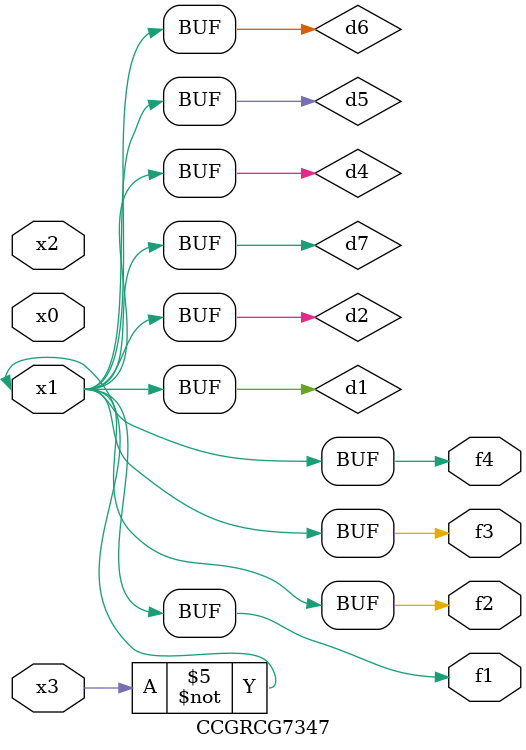
<source format=v>
module CCGRCG7347(
	input x0, x1, x2, x3,
	output f1, f2, f3, f4
);

	wire d1, d2, d3, d4, d5, d6, d7;

	not (d1, x3);
	buf (d2, x1);
	xnor (d3, d1, d2);
	nor (d4, d1);
	buf (d5, d1, d2);
	buf (d6, d4, d5);
	nand (d7, d4);
	assign f1 = d6;
	assign f2 = d7;
	assign f3 = d6;
	assign f4 = d6;
endmodule

</source>
